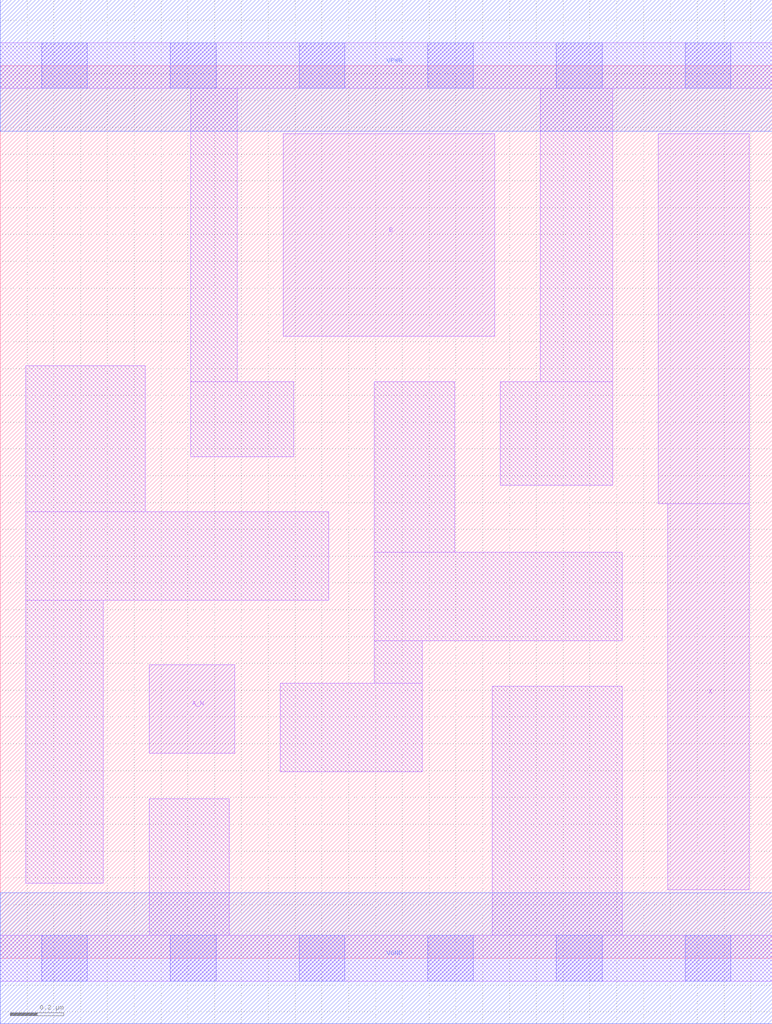
<source format=lef>
# Copyright 2020 The SkyWater PDK Authors
#
# Licensed under the Apache License, Version 2.0 (the "License");
# you may not use this file except in compliance with the License.
# You may obtain a copy of the License at
#
#     https://www.apache.org/licenses/LICENSE-2.0
#
# Unless required by applicable law or agreed to in writing, software
# distributed under the License is distributed on an "AS IS" BASIS,
# WITHOUT WARRANTIES OR CONDITIONS OF ANY KIND, either express or implied.
# See the License for the specific language governing permissions and
# limitations under the License.
#
# SPDX-License-Identifier: Apache-2.0

VERSION 5.7 ;
  NOWIREEXTENSIONATPIN ON ;
  DIVIDERCHAR "/" ;
  BUSBITCHARS "[]" ;
UNITS
  DATABASE MICRONS 200 ;
END UNITS
MACRO sky130_fd_sc_lp__and2b_1
  CLASS CORE ;
  FOREIGN sky130_fd_sc_lp__and2b_1 ;
  ORIGIN  0.000000  0.000000 ;
  SIZE  2.880000 BY  3.330000 ;
  SYMMETRY X Y R90 ;
  SITE unit ;
  PIN A_N
    ANTENNAGATEAREA  0.126000 ;
    DIRECTION INPUT ;
    USE SIGNAL ;
    PORT
      LAYER li1 ;
        RECT 0.555000 0.765000 0.875000 1.095000 ;
    END
  END A_N
  PIN B
    ANTENNAGATEAREA  0.126000 ;
    DIRECTION INPUT ;
    USE SIGNAL ;
    PORT
      LAYER li1 ;
        RECT 1.055000 2.320000 1.845000 3.075000 ;
    END
  END B
  PIN X
    ANTENNADIFFAREA  0.556500 ;
    DIRECTION OUTPUT ;
    USE SIGNAL ;
    PORT
      LAYER li1 ;
        RECT 2.455000 1.695000 2.795000 3.075000 ;
        RECT 2.490000 0.255000 2.795000 1.695000 ;
    END
  END X
  PIN VGND
    DIRECTION INOUT ;
    USE GROUND ;
    PORT
      LAYER met1 ;
        RECT 0.000000 -0.245000 2.880000 0.245000 ;
    END
  END VGND
  PIN VPWR
    DIRECTION INOUT ;
    USE POWER ;
    PORT
      LAYER met1 ;
        RECT 0.000000 3.085000 2.880000 3.575000 ;
    END
  END VPWR
  OBS
    LAYER li1 ;
      RECT 0.000000 -0.085000 2.880000 0.085000 ;
      RECT 0.000000  3.245000 2.880000 3.415000 ;
      RECT 0.095000  0.280000 0.385000 1.335000 ;
      RECT 0.095000  1.335000 1.225000 1.665000 ;
      RECT 0.095000  1.665000 0.540000 2.210000 ;
      RECT 0.555000  0.085000 0.855000 0.595000 ;
      RECT 0.710000  1.870000 1.095000 2.150000 ;
      RECT 0.710000  2.150000 0.885000 3.245000 ;
      RECT 1.045000  0.695000 1.575000 1.025000 ;
      RECT 1.395000  1.025000 1.575000 1.185000 ;
      RECT 1.395000  1.185000 2.320000 1.515000 ;
      RECT 1.395000  1.515000 1.695000 2.150000 ;
      RECT 1.835000  0.085000 2.320000 1.015000 ;
      RECT 1.865000  1.765000 2.285000 2.150000 ;
      RECT 2.015000  2.150000 2.285000 3.245000 ;
    LAYER mcon ;
      RECT 0.155000 -0.085000 0.325000 0.085000 ;
      RECT 0.155000  3.245000 0.325000 3.415000 ;
      RECT 0.635000 -0.085000 0.805000 0.085000 ;
      RECT 0.635000  3.245000 0.805000 3.415000 ;
      RECT 1.115000 -0.085000 1.285000 0.085000 ;
      RECT 1.115000  3.245000 1.285000 3.415000 ;
      RECT 1.595000 -0.085000 1.765000 0.085000 ;
      RECT 1.595000  3.245000 1.765000 3.415000 ;
      RECT 2.075000 -0.085000 2.245000 0.085000 ;
      RECT 2.075000  3.245000 2.245000 3.415000 ;
      RECT 2.555000 -0.085000 2.725000 0.085000 ;
      RECT 2.555000  3.245000 2.725000 3.415000 ;
  END
END sky130_fd_sc_lp__and2b_1
END LIBRARY

</source>
